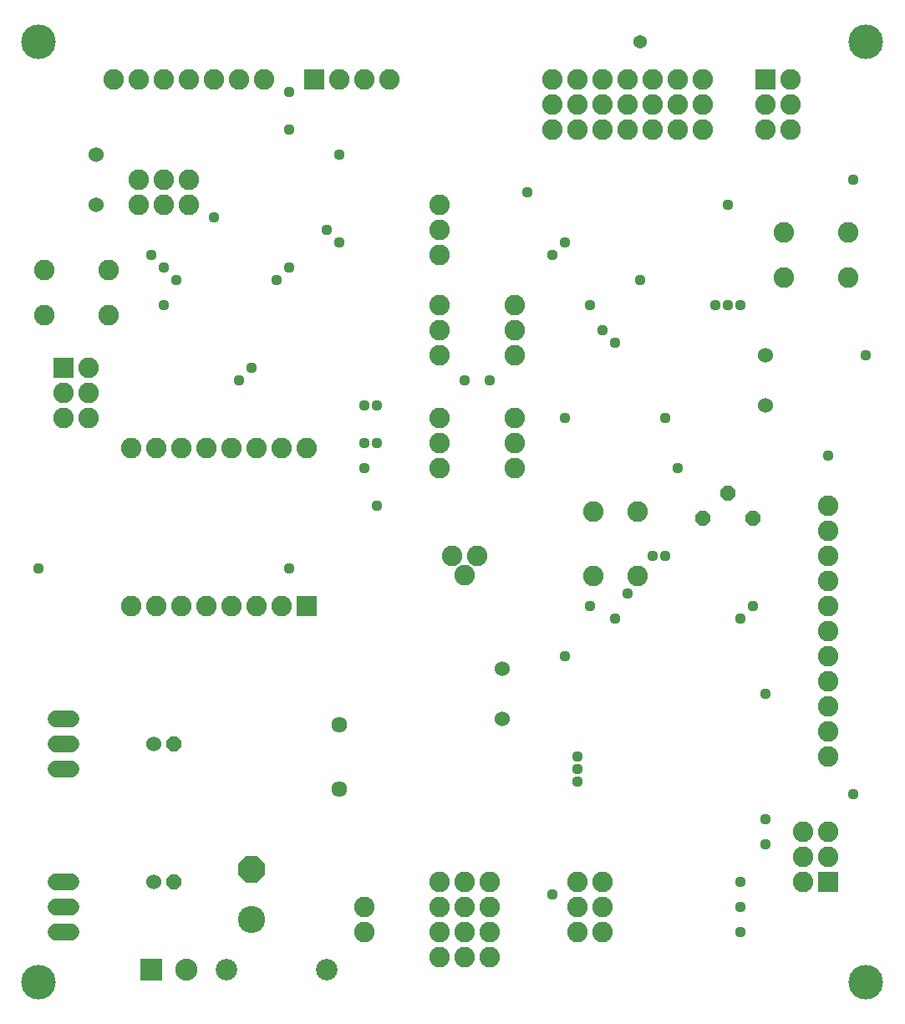
<source format=gbs>
G75*
G70*
%OFA0B0*%
%FSLAX24Y24*%
%IPPOS*%
%LPD*%
%AMOC8*
5,1,8,0,0,1.08239X$1,22.5*
%
%ADD10R,0.0880X0.0880*%
%ADD11C,0.0880*%
%ADD12C,0.0680*%
%ADD13C,0.0600*%
%ADD14C,0.0634*%
%ADD15C,0.0820*%
%ADD16R,0.0820X0.0820*%
%ADD17C,0.0860*%
%ADD18C,0.1380*%
%ADD19C,0.1080*%
%ADD20OC8,0.1080*%
%ADD21OC8,0.0600*%
%ADD22C,0.0540*%
%ADD23C,0.0440*%
D10*
X005732Y001732D03*
D11*
X007110Y001732D03*
D12*
X002532Y003232D02*
X001932Y003232D01*
X001932Y004232D02*
X002532Y004232D01*
X002532Y005232D02*
X001932Y005232D01*
X001932Y009732D02*
X002532Y009732D01*
X002532Y010732D02*
X001932Y010732D01*
X001932Y011732D02*
X002532Y011732D01*
D13*
X005832Y010732D03*
X005832Y005232D03*
X019732Y011732D03*
X019732Y013732D03*
X030232Y024232D03*
X030232Y026232D03*
X003532Y032232D03*
X003532Y034232D03*
D14*
X013232Y011511D03*
X013232Y008952D03*
D15*
X017232Y005232D03*
X018232Y005232D03*
X019232Y005232D03*
X019232Y004232D03*
X019232Y003232D03*
X019232Y002232D03*
X018232Y002232D03*
X018232Y003232D03*
X018232Y004232D03*
X017232Y004232D03*
X017232Y003232D03*
X017232Y002232D03*
X014232Y003232D03*
X014232Y004232D03*
X022732Y004232D03*
X023732Y004232D03*
X023732Y003232D03*
X022732Y003232D03*
X022732Y005232D03*
X023732Y005232D03*
X031732Y005232D03*
X031732Y006232D03*
X031732Y007232D03*
X032732Y007232D03*
X032732Y006232D03*
X032732Y010232D03*
X032732Y011232D03*
X032732Y012232D03*
X032732Y013232D03*
X032732Y014232D03*
X032732Y015232D03*
X032732Y016232D03*
X032732Y017232D03*
X032732Y018232D03*
X032732Y019232D03*
X032732Y020232D03*
X025122Y020012D03*
X023342Y020012D03*
X023342Y017452D03*
X025122Y017452D03*
X020232Y021732D03*
X020232Y022732D03*
X020232Y023732D03*
X020232Y026232D03*
X020232Y027232D03*
X020232Y028232D03*
X017232Y028232D03*
X017232Y027232D03*
X017232Y026232D03*
X017232Y023732D03*
X017232Y022732D03*
X017232Y021732D03*
X017732Y018232D03*
X018232Y017482D03*
X018732Y018232D03*
X011901Y022539D03*
X010901Y022539D03*
X009901Y022539D03*
X008901Y022539D03*
X007901Y022539D03*
X006901Y022539D03*
X005901Y022539D03*
X004901Y022539D03*
X003232Y023732D03*
X003232Y024732D03*
X003232Y025732D03*
X002232Y024732D03*
X002232Y023732D03*
X001452Y027842D03*
X001452Y029622D03*
X004012Y029622D03*
X004012Y027842D03*
X005232Y032232D03*
X005232Y033232D03*
X006232Y033232D03*
X007232Y033232D03*
X007232Y032232D03*
X006232Y032232D03*
X006232Y037232D03*
X007232Y037232D03*
X008232Y037232D03*
X009232Y037232D03*
X010232Y037232D03*
X013232Y037232D03*
X014232Y037232D03*
X015232Y037232D03*
X017232Y032232D03*
X017232Y031232D03*
X017232Y030232D03*
X021732Y035232D03*
X021732Y036232D03*
X021732Y037232D03*
X022732Y037232D03*
X023732Y037232D03*
X024732Y037232D03*
X025732Y037232D03*
X026732Y037232D03*
X027732Y037232D03*
X027732Y036232D03*
X027732Y035232D03*
X026732Y035232D03*
X026732Y036232D03*
X025732Y036232D03*
X025732Y035232D03*
X024732Y035232D03*
X024732Y036232D03*
X023732Y036232D03*
X023732Y035232D03*
X022732Y035232D03*
X022732Y036232D03*
X030232Y036232D03*
X030232Y035232D03*
X031232Y035232D03*
X031232Y036232D03*
X031232Y037232D03*
X030952Y031122D03*
X030952Y029342D03*
X033512Y029342D03*
X033512Y031122D03*
X010901Y016240D03*
X009901Y016240D03*
X008901Y016240D03*
X007901Y016240D03*
X006901Y016240D03*
X005901Y016240D03*
X004901Y016240D03*
X005232Y037232D03*
X004232Y037232D03*
D16*
X012232Y037232D03*
X002232Y025732D03*
X011901Y016240D03*
X030232Y037232D03*
X032732Y005232D03*
D17*
X012732Y001732D03*
X008732Y001732D03*
D18*
X001232Y001232D03*
X034232Y001232D03*
X034232Y038732D03*
X001232Y038732D03*
D19*
X009732Y003732D03*
D20*
X009732Y005732D03*
D21*
X006632Y005232D03*
X006632Y010732D03*
X027732Y019732D03*
X028732Y020732D03*
X029732Y019732D03*
D22*
X025232Y038732D03*
D23*
X020732Y032732D03*
X022232Y030732D03*
X021732Y030232D03*
X023232Y028232D03*
X023732Y027232D03*
X024232Y026732D03*
X025232Y029232D03*
X028232Y028232D03*
X028732Y028232D03*
X029232Y028232D03*
X028732Y032232D03*
X033732Y033232D03*
X034232Y026232D03*
X032732Y022232D03*
X029732Y016232D03*
X029232Y015732D03*
X030232Y012732D03*
X033732Y008732D03*
X030232Y007732D03*
X030232Y006732D03*
X029232Y005232D03*
X029232Y004232D03*
X029232Y003232D03*
X022732Y009232D03*
X022732Y009732D03*
X022732Y010232D03*
X022232Y014232D03*
X023232Y016232D03*
X024232Y015732D03*
X024732Y016732D03*
X025732Y018232D03*
X026232Y018232D03*
X026732Y021732D03*
X026232Y023732D03*
X022232Y023732D03*
X019232Y025232D03*
X018232Y025232D03*
X014732Y024232D03*
X014232Y024232D03*
X014232Y022732D03*
X014732Y022732D03*
X014232Y021732D03*
X014732Y020232D03*
X011232Y017732D03*
X009232Y025232D03*
X009732Y025732D03*
X010732Y029232D03*
X011232Y029732D03*
X012732Y031232D03*
X013232Y030732D03*
X013232Y034232D03*
X011232Y035232D03*
X011232Y036732D03*
X008232Y031732D03*
X006232Y029732D03*
X005732Y030232D03*
X006732Y029232D03*
X006232Y028232D03*
X001232Y017732D03*
X021732Y004732D03*
M02*

</source>
